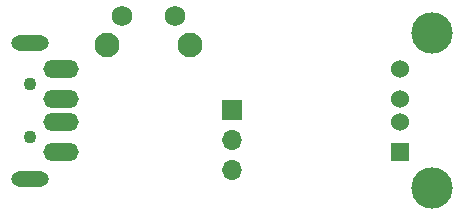
<source format=gbr>
%TF.GenerationSoftware,KiCad,Pcbnew,7.0.9*%
%TF.CreationDate,2024-04-25T13:42:10+02:00*%
%TF.ProjectId,UsbLoad,5573624c-6f61-4642-9e6b-696361645f70,rev?*%
%TF.SameCoordinates,Original*%
%TF.FileFunction,Soldermask,Bot*%
%TF.FilePolarity,Negative*%
%FSLAX46Y46*%
G04 Gerber Fmt 4.6, Leading zero omitted, Abs format (unit mm)*
G04 Created by KiCad (PCBNEW 7.0.9) date 2024-04-25 13:42:10*
%MOMM*%
%LPD*%
G01*
G04 APERTURE LIST*
%ADD10C,1.100000*%
%ADD11O,3.000000X1.500000*%
%ADD12O,3.200000X1.300000*%
%ADD13R,1.700000X1.700000*%
%ADD14O,1.700000X1.700000*%
%ADD15C,2.100000*%
%ADD16C,1.750000*%
%ADD17R,1.524000X1.524000*%
%ADD18C,1.524000*%
%ADD19C,3.500000*%
G04 APERTURE END LIST*
D10*
%TO.C,J1*%
X67685000Y-61500000D03*
X67685000Y-57000000D03*
D11*
X70285000Y-62750000D03*
X70285000Y-60250000D03*
X70285000Y-58250000D03*
X70285000Y-55750000D03*
D12*
X67685000Y-65000000D03*
X67685000Y-53500000D03*
%TD*%
D13*
%TO.C,J3*%
X84775000Y-59210000D03*
D14*
X84775000Y-61750000D03*
X84775000Y-64290000D03*
%TD*%
D15*
%TO.C,SW1*%
X74225000Y-53702500D03*
X81235000Y-53702500D03*
D16*
X75475000Y-51212500D03*
X79975000Y-51212500D03*
%TD*%
D17*
%TO.C,J2*%
X99022500Y-62750000D03*
D18*
X99022500Y-60250000D03*
X99022500Y-58250000D03*
X99022500Y-55750000D03*
D19*
X101732500Y-65820000D03*
X101732500Y-52680000D03*
%TD*%
M02*

</source>
